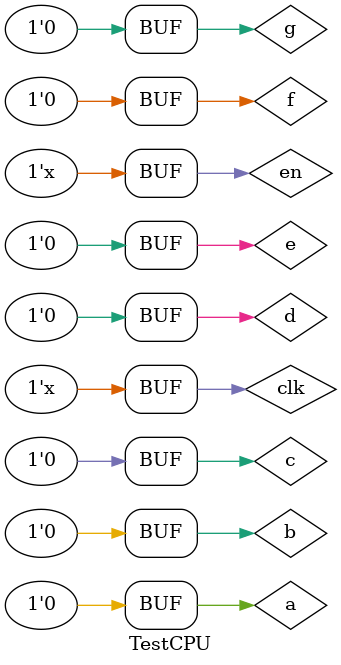
<source format=sv>
`timescale 1ns / 1ps


module TestCPU(
    );
    localparam CLK_PERIOD = 10;
    localparam EN_PERIOD = 100;
    
    reg clk;
    initial clk =1'b0;
    
    always #(CLK_PERIOD/2.0)
        clk = ~clk;
        
    reg en;
    initial en = 1'b0;
    always #(EN_PERIOD/2.0)
        en = ~en;
    
    reg a,b,c,d,e,f,g;
    initial begin 
        #10 a <= 0; 
        #10 b <= 0; 
        #10 c <= 0; 
        #10 d <= 0; 
        #10 e <= 0; 
        #10 f <= 0; 
        #10 g <= 0;
    end
    
    main M1(clk, en,a,b,c,d,e,f,g);

    
endmodule

</source>
